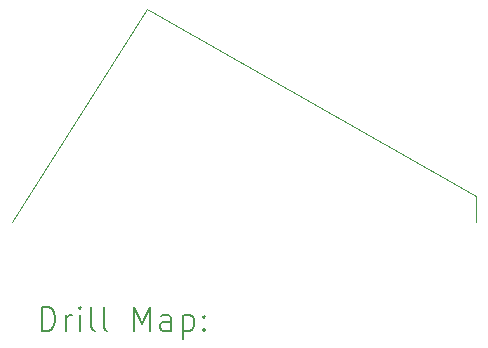
<source format=gbr>
%FSLAX45Y45*%
G04 Gerber Fmt 4.5, Leading zero omitted, Abs format (unit mm)*
G04 Created by KiCad (PCBNEW (6.0.4)) date 2022-12-31 00:33:25*
%MOMM*%
%LPD*%
G01*
G04 APERTURE LIST*
%TA.AperFunction,Profile*%
%ADD10C,0.100000*%
%TD*%
%ADD11C,0.200000*%
G04 APERTURE END LIST*
D10*
X3177900Y-3650500D02*
X4318000Y-1841500D01*
X7102900Y-3650500D02*
X7102900Y-3429000D01*
X4318000Y-1841500D02*
X7102900Y-3429000D01*
D11*
X3429519Y-4566976D02*
X3429519Y-4366976D01*
X3477138Y-4366976D01*
X3505709Y-4376500D01*
X3524757Y-4395548D01*
X3534281Y-4414595D01*
X3543805Y-4452690D01*
X3543805Y-4481262D01*
X3534281Y-4519357D01*
X3524757Y-4538405D01*
X3505709Y-4557452D01*
X3477138Y-4566976D01*
X3429519Y-4566976D01*
X3629519Y-4566976D02*
X3629519Y-4433643D01*
X3629519Y-4471738D02*
X3639043Y-4452690D01*
X3648567Y-4443167D01*
X3667614Y-4433643D01*
X3686662Y-4433643D01*
X3753328Y-4566976D02*
X3753328Y-4433643D01*
X3753328Y-4366976D02*
X3743805Y-4376500D01*
X3753328Y-4386024D01*
X3762852Y-4376500D01*
X3753328Y-4366976D01*
X3753328Y-4386024D01*
X3877138Y-4566976D02*
X3858090Y-4557452D01*
X3848567Y-4538405D01*
X3848567Y-4366976D01*
X3981900Y-4566976D02*
X3962852Y-4557452D01*
X3953328Y-4538405D01*
X3953328Y-4366976D01*
X4210471Y-4566976D02*
X4210471Y-4366976D01*
X4277138Y-4509833D01*
X4343805Y-4366976D01*
X4343805Y-4566976D01*
X4524757Y-4566976D02*
X4524757Y-4462214D01*
X4515233Y-4443167D01*
X4496186Y-4433643D01*
X4458090Y-4433643D01*
X4439043Y-4443167D01*
X4524757Y-4557452D02*
X4505710Y-4566976D01*
X4458090Y-4566976D01*
X4439043Y-4557452D01*
X4429519Y-4538405D01*
X4429519Y-4519357D01*
X4439043Y-4500310D01*
X4458090Y-4490786D01*
X4505710Y-4490786D01*
X4524757Y-4481262D01*
X4619995Y-4433643D02*
X4619995Y-4633643D01*
X4619995Y-4443167D02*
X4639043Y-4433643D01*
X4677138Y-4433643D01*
X4696186Y-4443167D01*
X4705710Y-4452690D01*
X4715233Y-4471738D01*
X4715233Y-4528881D01*
X4705710Y-4547929D01*
X4696186Y-4557452D01*
X4677138Y-4566976D01*
X4639043Y-4566976D01*
X4619995Y-4557452D01*
X4800948Y-4547929D02*
X4810471Y-4557452D01*
X4800948Y-4566976D01*
X4791424Y-4557452D01*
X4800948Y-4547929D01*
X4800948Y-4566976D01*
X4800948Y-4443167D02*
X4810471Y-4452690D01*
X4800948Y-4462214D01*
X4791424Y-4452690D01*
X4800948Y-4443167D01*
X4800948Y-4462214D01*
M02*

</source>
